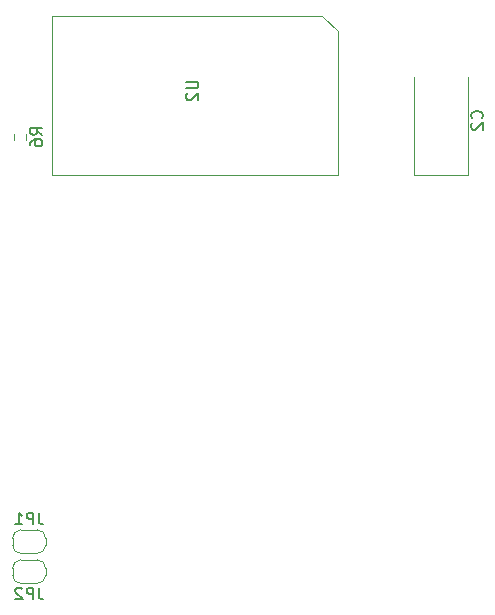
<source format=gbo>
%TF.GenerationSoftware,KiCad,Pcbnew,(5.1.9)-1*%
%TF.CreationDate,2021-05-19T11:39:12+08:00*%
%TF.ProjectId,KCORES CSPS to ATX Converter,4b434f52-4553-4204-9353-505320746f20,1.0*%
%TF.SameCoordinates,Original*%
%TF.FileFunction,Legend,Bot*%
%TF.FilePolarity,Positive*%
%FSLAX46Y46*%
G04 Gerber Fmt 4.6, Leading zero omitted, Abs format (unit mm)*
G04 Created by KiCad (PCBNEW (5.1.9)-1) date 2021-05-19 11:39:12*
%MOMM*%
%LPD*%
G01*
G04 APERTURE LIST*
%ADD10C,0.120000*%
%ADD11C,0.150000*%
G04 APERTURE END LIST*
D10*
%TO.C,U2*%
X122746000Y-112380000D02*
X122746000Y-125890000D01*
X122746000Y-125890000D02*
X147000000Y-125890000D01*
X147000000Y-125890000D02*
X147000000Y-113650000D01*
X147000000Y-113650000D02*
X145606000Y-112380000D01*
X145606000Y-112380000D02*
X122746000Y-112380000D01*
%TO.C,R6*%
X120572500Y-122887258D02*
X120572500Y-122412742D01*
X119527500Y-122887258D02*
X119527500Y-122412742D01*
%TO.C,C2*%
X157960000Y-117600000D02*
X157960000Y-125835000D01*
X157960000Y-125835000D02*
X153440000Y-125835000D01*
X153440000Y-125835000D02*
X153440000Y-117600000D01*
%TO.C,JP2*%
X120120000Y-160455000D02*
X121520000Y-160455000D01*
X122220000Y-159755000D02*
X122220000Y-159155000D01*
X121520000Y-158455000D02*
X120120000Y-158455000D01*
X119420000Y-159155000D02*
X119420000Y-159755000D01*
X119420000Y-159755000D02*
G75*
G03*
X120120000Y-160455000I700000J0D01*
G01*
X120120000Y-158455000D02*
G75*
G03*
X119420000Y-159155000I0J-700000D01*
G01*
X122220000Y-159155000D02*
G75*
G03*
X121520000Y-158455000I-700000J0D01*
G01*
X121520000Y-160455000D02*
G75*
G03*
X122220000Y-159755000I0J700000D01*
G01*
%TO.C,JP1*%
X120120000Y-157915000D02*
X121520000Y-157915000D01*
X122220000Y-157215000D02*
X122220000Y-156615000D01*
X121520000Y-155915000D02*
X120120000Y-155915000D01*
X119420000Y-156615000D02*
X119420000Y-157215000D01*
X119420000Y-157215000D02*
G75*
G03*
X120120000Y-157915000I700000J0D01*
G01*
X120120000Y-155915000D02*
G75*
G03*
X119420000Y-156615000I0J-700000D01*
G01*
X122220000Y-156615000D02*
G75*
G03*
X121520000Y-155915000I-700000J0D01*
G01*
X121520000Y-157915000D02*
G75*
G03*
X122220000Y-157215000I0J700000D01*
G01*
%TO.C,U2*%
D11*
X134136380Y-117968095D02*
X134945904Y-117968095D01*
X135041142Y-118015714D01*
X135088761Y-118063333D01*
X135136380Y-118158571D01*
X135136380Y-118349047D01*
X135088761Y-118444285D01*
X135041142Y-118491904D01*
X134945904Y-118539523D01*
X134136380Y-118539523D01*
X134231619Y-118968095D02*
X134184000Y-119015714D01*
X134136380Y-119110952D01*
X134136380Y-119349047D01*
X134184000Y-119444285D01*
X134231619Y-119491904D01*
X134326857Y-119539523D01*
X134422095Y-119539523D01*
X134564952Y-119491904D01*
X135136380Y-118920476D01*
X135136380Y-119539523D01*
%TO.C,R6*%
X121932380Y-122483333D02*
X121456190Y-122150000D01*
X121932380Y-121911904D02*
X120932380Y-121911904D01*
X120932380Y-122292857D01*
X120980000Y-122388095D01*
X121027619Y-122435714D01*
X121122857Y-122483333D01*
X121265714Y-122483333D01*
X121360952Y-122435714D01*
X121408571Y-122388095D01*
X121456190Y-122292857D01*
X121456190Y-121911904D01*
X120932380Y-123340476D02*
X120932380Y-123150000D01*
X120980000Y-123054761D01*
X121027619Y-123007142D01*
X121170476Y-122911904D01*
X121360952Y-122864285D01*
X121741904Y-122864285D01*
X121837142Y-122911904D01*
X121884761Y-122959523D01*
X121932380Y-123054761D01*
X121932380Y-123245238D01*
X121884761Y-123340476D01*
X121837142Y-123388095D01*
X121741904Y-123435714D01*
X121503809Y-123435714D01*
X121408571Y-123388095D01*
X121360952Y-123340476D01*
X121313333Y-123245238D01*
X121313333Y-123054761D01*
X121360952Y-122959523D01*
X121408571Y-122911904D01*
X121503809Y-122864285D01*
%TO.C,C2*%
X159157142Y-121083333D02*
X159204761Y-121035714D01*
X159252380Y-120892857D01*
X159252380Y-120797619D01*
X159204761Y-120654761D01*
X159109523Y-120559523D01*
X159014285Y-120511904D01*
X158823809Y-120464285D01*
X158680952Y-120464285D01*
X158490476Y-120511904D01*
X158395238Y-120559523D01*
X158300000Y-120654761D01*
X158252380Y-120797619D01*
X158252380Y-120892857D01*
X158300000Y-121035714D01*
X158347619Y-121083333D01*
X158347619Y-121464285D02*
X158300000Y-121511904D01*
X158252380Y-121607142D01*
X158252380Y-121845238D01*
X158300000Y-121940476D01*
X158347619Y-121988095D01*
X158442857Y-122035714D01*
X158538095Y-122035714D01*
X158680952Y-121988095D01*
X159252380Y-121416666D01*
X159252380Y-122035714D01*
%TO.C,JP2*%
X121653333Y-160812380D02*
X121653333Y-161526666D01*
X121700952Y-161669523D01*
X121796190Y-161764761D01*
X121939047Y-161812380D01*
X122034285Y-161812380D01*
X121177142Y-161812380D02*
X121177142Y-160812380D01*
X120796190Y-160812380D01*
X120700952Y-160860000D01*
X120653333Y-160907619D01*
X120605714Y-161002857D01*
X120605714Y-161145714D01*
X120653333Y-161240952D01*
X120700952Y-161288571D01*
X120796190Y-161336190D01*
X121177142Y-161336190D01*
X120224761Y-160907619D02*
X120177142Y-160860000D01*
X120081904Y-160812380D01*
X119843809Y-160812380D01*
X119748571Y-160860000D01*
X119700952Y-160907619D01*
X119653333Y-161002857D01*
X119653333Y-161098095D01*
X119700952Y-161240952D01*
X120272380Y-161812380D01*
X119653333Y-161812380D01*
%TO.C,JP1*%
X121653333Y-154462380D02*
X121653333Y-155176666D01*
X121700952Y-155319523D01*
X121796190Y-155414761D01*
X121939047Y-155462380D01*
X122034285Y-155462380D01*
X121177142Y-155462380D02*
X121177142Y-154462380D01*
X120796190Y-154462380D01*
X120700952Y-154510000D01*
X120653333Y-154557619D01*
X120605714Y-154652857D01*
X120605714Y-154795714D01*
X120653333Y-154890952D01*
X120700952Y-154938571D01*
X120796190Y-154986190D01*
X121177142Y-154986190D01*
X119653333Y-155462380D02*
X120224761Y-155462380D01*
X119939047Y-155462380D02*
X119939047Y-154462380D01*
X120034285Y-154605238D01*
X120129523Y-154700476D01*
X120224761Y-154748095D01*
%TD*%
M02*

</source>
